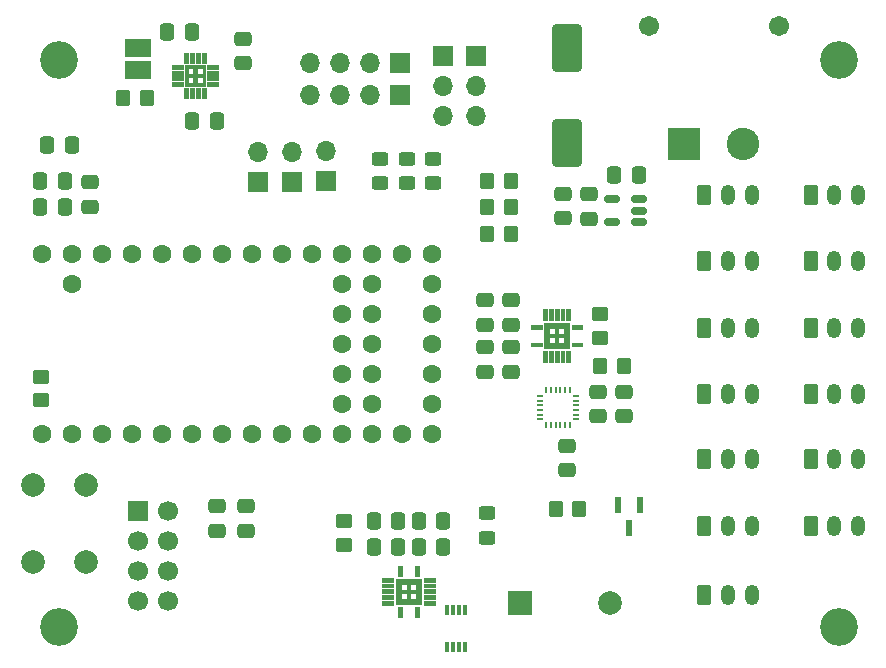
<source format=gbr>
%TF.GenerationSoftware,KiCad,Pcbnew,8.0.8*%
%TF.CreationDate,2025-01-20T15:00:34+07:00*%
%TF.ProjectId,Teensy4.0,5465656e-7379-4342-9e30-2e6b69636164,rev?*%
%TF.SameCoordinates,Original*%
%TF.FileFunction,Soldermask,Top*%
%TF.FilePolarity,Negative*%
%FSLAX46Y46*%
G04 Gerber Fmt 4.6, Leading zero omitted, Abs format (unit mm)*
G04 Created by KiCad (PCBNEW 8.0.8) date 2025-01-20 15:00:34*
%MOMM*%
%LPD*%
G01*
G04 APERTURE LIST*
G04 Aperture macros list*
%AMRoundRect*
0 Rectangle with rounded corners*
0 $1 Rounding radius*
0 $2 $3 $4 $5 $6 $7 $8 $9 X,Y pos of 4 corners*
0 Add a 4 corners polygon primitive as box body*
4,1,4,$2,$3,$4,$5,$6,$7,$8,$9,$2,$3,0*
0 Add four circle primitives for the rounded corners*
1,1,$1+$1,$2,$3*
1,1,$1+$1,$4,$5*
1,1,$1+$1,$6,$7*
1,1,$1+$1,$8,$9*
0 Add four rect primitives between the rounded corners*
20,1,$1+$1,$2,$3,$4,$5,0*
20,1,$1+$1,$4,$5,$6,$7,0*
20,1,$1+$1,$6,$7,$8,$9,0*
20,1,$1+$1,$8,$9,$2,$3,0*%
G04 Aperture macros list end*
%ADD10C,0.000000*%
%ADD11R,0.300000X0.850000*%
%ADD12RoundRect,0.250000X-0.350000X-0.625000X0.350000X-0.625000X0.350000X0.625000X-0.350000X0.625000X0*%
%ADD13O,1.200000X1.750000*%
%ADD14R,2.000000X2.000000*%
%ADD15C,2.000000*%
%ADD16C,3.200000*%
%ADD17RoundRect,0.250000X0.475000X-0.337500X0.475000X0.337500X-0.475000X0.337500X-0.475000X-0.337500X0*%
%ADD18R,1.700000X1.700000*%
%ADD19O,1.700000X1.700000*%
%ADD20RoundRect,0.250000X-0.475000X0.337500X-0.475000X-0.337500X0.475000X-0.337500X0.475000X0.337500X0*%
%ADD21RoundRect,0.250000X0.350000X0.450000X-0.350000X0.450000X-0.350000X-0.450000X0.350000X-0.450000X0*%
%ADD22RoundRect,0.250000X-0.350000X-0.450000X0.350000X-0.450000X0.350000X0.450000X-0.350000X0.450000X0*%
%ADD23RoundRect,0.250000X-0.337500X-0.475000X0.337500X-0.475000X0.337500X0.475000X-0.337500X0.475000X0*%
%ADD24RoundRect,0.250000X0.337500X0.475000X-0.337500X0.475000X-0.337500X-0.475000X0.337500X-0.475000X0*%
%ADD25RoundRect,0.050000X-0.225000X-0.050000X0.225000X-0.050000X0.225000X0.050000X-0.225000X0.050000X0*%
%ADD26RoundRect,0.050000X0.050000X-0.225000X0.050000X0.225000X-0.050000X0.225000X-0.050000X-0.225000X0*%
%ADD27RoundRect,0.250000X0.450000X-0.325000X0.450000X0.325000X-0.450000X0.325000X-0.450000X-0.325000X0*%
%ADD28RoundRect,0.250000X1.000000X-1.750000X1.000000X1.750000X-1.000000X1.750000X-1.000000X-1.750000X0*%
%ADD29R,0.280000X0.850000*%
%ADD30R,0.850000X0.280000*%
%ADD31C,1.700000*%
%ADD32RoundRect,0.250000X0.450000X-0.350000X0.450000X0.350000X-0.450000X0.350000X-0.450000X-0.350000X0*%
%ADD33R,2.260600X1.498600*%
%ADD34C,1.600000*%
%ADD35RoundRect,0.250000X-0.450000X0.350000X-0.450000X-0.350000X0.450000X-0.350000X0.450000X0.350000X0*%
%ADD36RoundRect,0.150000X0.512500X0.150000X-0.512500X0.150000X-0.512500X-0.150000X0.512500X-0.150000X0*%
%ADD37C,2.754000*%
%ADD38RoundRect,0.102000X-1.275000X-1.275000X1.275000X-1.275000X1.275000X1.275000X-1.275000X1.275000X0*%
%ADD39C,1.712000*%
%ADD40RoundRect,0.250000X-0.450000X0.325000X-0.450000X-0.325000X0.450000X-0.325000X0.450000X0.325000X0*%
%ADD41R,0.558800X1.422400*%
G04 APERTURE END LIST*
D10*
%TO.C,U3*%
G36*
X137313443Y-118240953D02*
G01*
X136323556Y-118240953D01*
X136323556Y-117821046D01*
X137313443Y-117821046D01*
X137313443Y-118240953D01*
G37*
G36*
X137313443Y-118740955D02*
G01*
X136323556Y-118740955D01*
X136323556Y-118321047D01*
X137313443Y-118321047D01*
X137313443Y-118740955D01*
G37*
G36*
X137313443Y-119240954D02*
G01*
X136323556Y-119240954D01*
X136323556Y-118821046D01*
X137313443Y-118821046D01*
X137313443Y-119240954D01*
G37*
G36*
X137313443Y-119740953D02*
G01*
X136323556Y-119740953D01*
X136323556Y-119321045D01*
X137313443Y-119321045D01*
X137313443Y-119740953D01*
G37*
G36*
X137313443Y-120240954D02*
G01*
X136323556Y-120240954D01*
X136323556Y-119821047D01*
X137313443Y-119821047D01*
X137313443Y-120240954D01*
G37*
G36*
X137993799Y-120119500D02*
G01*
X137498999Y-120119500D01*
X137498999Y-117942500D01*
X137993799Y-117942500D01*
X137993799Y-120119500D01*
G37*
G36*
X139675999Y-118437300D02*
G01*
X137498999Y-118437300D01*
X137498999Y-117942500D01*
X139675999Y-117942500D01*
X139675999Y-118437300D01*
G37*
G36*
X139675999Y-119224700D02*
G01*
X137498999Y-119224700D01*
X137498999Y-118837300D01*
X139675999Y-118837300D01*
X139675999Y-119224700D01*
G37*
G36*
X139675999Y-120119500D02*
G01*
X137498999Y-120119500D01*
X137498999Y-119624700D01*
X139675999Y-119624700D01*
X139675999Y-120119500D01*
G37*
G36*
X138047452Y-117794942D02*
G01*
X137627544Y-117794942D01*
X137627544Y-116805058D01*
X138047452Y-116805058D01*
X138047452Y-117794942D01*
G37*
G36*
X138047452Y-121256942D02*
G01*
X137627544Y-121256942D01*
X137627544Y-120267058D01*
X138047452Y-120267058D01*
X138047452Y-121256942D01*
G37*
G36*
X138781199Y-120119500D02*
G01*
X138393799Y-120119500D01*
X138393799Y-117942500D01*
X138781199Y-117942500D01*
X138781199Y-120119500D01*
G37*
G36*
X139547454Y-117794942D02*
G01*
X139127546Y-117794942D01*
X139127546Y-116805058D01*
X139547454Y-116805058D01*
X139547454Y-117794942D01*
G37*
G36*
X139547454Y-121256942D02*
G01*
X139127546Y-121256942D01*
X139127546Y-120267058D01*
X139547454Y-120267058D01*
X139547454Y-121256942D01*
G37*
G36*
X139675999Y-120119500D02*
G01*
X139181199Y-120119500D01*
X139181199Y-117942500D01*
X139675999Y-117942500D01*
X139675999Y-120119500D01*
G37*
G36*
X140851442Y-118240953D02*
G01*
X139861555Y-118240953D01*
X139861555Y-117821046D01*
X140851442Y-117821046D01*
X140851442Y-118240953D01*
G37*
G36*
X140851442Y-118740955D02*
G01*
X139861555Y-118740955D01*
X139861555Y-118321047D01*
X140851442Y-118321047D01*
X140851442Y-118740955D01*
G37*
G36*
X140851442Y-119240954D02*
G01*
X139861555Y-119240954D01*
X139861555Y-118821046D01*
X140851442Y-118821046D01*
X140851442Y-119240954D01*
G37*
G36*
X140851442Y-119740953D02*
G01*
X139861555Y-119740953D01*
X139861555Y-119321045D01*
X140851442Y-119321045D01*
X140851442Y-119740953D01*
G37*
G36*
X140851442Y-120240954D02*
G01*
X139861555Y-120240954D01*
X139861555Y-119821047D01*
X140851442Y-119821047D01*
X140851442Y-120240954D01*
G37*
%TO.C,U7*%
G36*
X149894942Y-96834952D02*
G01*
X148905058Y-96834952D01*
X148905058Y-96415044D01*
X149894942Y-96415044D01*
X149894942Y-96834952D01*
G37*
G36*
X149894942Y-98334954D02*
G01*
X148905058Y-98334954D01*
X148905058Y-97915046D01*
X149894942Y-97915046D01*
X149894942Y-98334954D01*
G37*
G36*
X150340953Y-96100943D02*
G01*
X149921046Y-96100943D01*
X149921046Y-95111056D01*
X150340953Y-95111056D01*
X150340953Y-96100943D01*
G37*
G36*
X150340953Y-99638942D02*
G01*
X149921046Y-99638942D01*
X149921046Y-98649055D01*
X150340953Y-98649055D01*
X150340953Y-99638942D01*
G37*
G36*
X152219500Y-96781299D02*
G01*
X150042500Y-96781299D01*
X150042500Y-96286499D01*
X152219500Y-96286499D01*
X152219500Y-96781299D01*
G37*
G36*
X152219500Y-97568699D02*
G01*
X150042500Y-97568699D01*
X150042500Y-97181299D01*
X152219500Y-97181299D01*
X152219500Y-97568699D01*
G37*
G36*
X150537300Y-98463499D02*
G01*
X150042500Y-98463499D01*
X150042500Y-96286499D01*
X150537300Y-96286499D01*
X150537300Y-98463499D01*
G37*
G36*
X152219500Y-98463499D02*
G01*
X150042500Y-98463499D01*
X150042500Y-97968699D01*
X152219500Y-97968699D01*
X152219500Y-98463499D01*
G37*
G36*
X150840955Y-96100943D02*
G01*
X150421047Y-96100943D01*
X150421047Y-95111056D01*
X150840955Y-95111056D01*
X150840955Y-96100943D01*
G37*
G36*
X150840955Y-99638942D02*
G01*
X150421047Y-99638942D01*
X150421047Y-98649055D01*
X150840955Y-98649055D01*
X150840955Y-99638942D01*
G37*
G36*
X151340954Y-96100943D02*
G01*
X150921046Y-96100943D01*
X150921046Y-95111056D01*
X151340954Y-95111056D01*
X151340954Y-96100943D01*
G37*
G36*
X151340954Y-99638942D02*
G01*
X150921046Y-99638942D01*
X150921046Y-98649055D01*
X151340954Y-98649055D01*
X151340954Y-99638942D01*
G37*
G36*
X151324700Y-98463499D02*
G01*
X150937300Y-98463499D01*
X150937300Y-96286499D01*
X151324700Y-96286499D01*
X151324700Y-98463499D01*
G37*
G36*
X151840953Y-96100943D02*
G01*
X151421045Y-96100943D01*
X151421045Y-95111056D01*
X151840953Y-95111056D01*
X151840953Y-96100943D01*
G37*
G36*
X151840953Y-99638942D02*
G01*
X151421045Y-99638942D01*
X151421045Y-98649055D01*
X151840953Y-98649055D01*
X151840953Y-99638942D01*
G37*
G36*
X152219500Y-98463499D02*
G01*
X151724700Y-98463499D01*
X151724700Y-96286499D01*
X152219500Y-96286499D01*
X152219500Y-98463499D01*
G37*
G36*
X152340954Y-96100943D02*
G01*
X151921047Y-96100943D01*
X151921047Y-95111056D01*
X152340954Y-95111056D01*
X152340954Y-96100943D01*
G37*
G36*
X152340954Y-99638942D02*
G01*
X151921047Y-99638942D01*
X151921047Y-98649055D01*
X152340954Y-98649055D01*
X152340954Y-99638942D01*
G37*
G36*
X153356942Y-96834952D02*
G01*
X152367058Y-96834952D01*
X152367058Y-96415044D01*
X153356942Y-96415044D01*
X153356942Y-96834952D01*
G37*
G36*
X153356942Y-98334954D02*
G01*
X152367058Y-98334954D01*
X152367058Y-97915046D01*
X153356942Y-97915046D01*
X153356942Y-98334954D01*
G37*
%TO.C,U4*%
G36*
X119543377Y-74809598D02*
G01*
X118554186Y-74809598D01*
X118554186Y-74390404D01*
X119543377Y-74390404D01*
X119543377Y-74809598D01*
G37*
G36*
X119543377Y-75309597D02*
G01*
X118554186Y-75309597D01*
X118554186Y-74890406D01*
X119543377Y-74890406D01*
X119543377Y-75309597D01*
G37*
G36*
X119543377Y-75809596D02*
G01*
X118554186Y-75809596D01*
X118554186Y-75390405D01*
X119543377Y-75390405D01*
X119543377Y-75809596D01*
G37*
G36*
X119543377Y-76309598D02*
G01*
X118554186Y-76309598D01*
X118554186Y-75890404D01*
X119543377Y-75890404D01*
X119543377Y-76309598D01*
G37*
G36*
X119983188Y-74369597D02*
G01*
X119563996Y-74369597D01*
X119563996Y-73380406D01*
X119983188Y-73380406D01*
X119983188Y-74369597D01*
G37*
G36*
X119983188Y-77319596D02*
G01*
X119563996Y-77319596D01*
X119563996Y-76330405D01*
X119983188Y-76330405D01*
X119983188Y-77319596D01*
G37*
G36*
X119930081Y-76263501D02*
G01*
X119610281Y-76263501D01*
X119610281Y-74436501D01*
X119930081Y-74436501D01*
X119930081Y-76263501D01*
G37*
G36*
X121437281Y-74756301D02*
G01*
X119610281Y-74756301D01*
X119610281Y-74436501D01*
X121437281Y-74436501D01*
X121437281Y-74756301D01*
G37*
G36*
X121437281Y-75543701D02*
G01*
X119610281Y-75543701D01*
X119610281Y-75156301D01*
X121437281Y-75156301D01*
X121437281Y-75543701D01*
G37*
G36*
X121437281Y-76263501D02*
G01*
X119610281Y-76263501D01*
X119610281Y-75943701D01*
X121437281Y-75943701D01*
X121437281Y-76263501D01*
G37*
G36*
X120483314Y-74369597D02*
G01*
X120064122Y-74369597D01*
X120064122Y-73380406D01*
X120483314Y-73380406D01*
X120483314Y-74369597D01*
G37*
G36*
X120483314Y-77319596D02*
G01*
X120064122Y-77319596D01*
X120064122Y-76330405D01*
X120483314Y-76330405D01*
X120483314Y-77319596D01*
G37*
G36*
X120983440Y-74369597D02*
G01*
X120564248Y-74369597D01*
X120564248Y-73380406D01*
X120983440Y-73380406D01*
X120983440Y-74369597D01*
G37*
G36*
X120983440Y-77319596D02*
G01*
X120564248Y-77319596D01*
X120564248Y-76330405D01*
X120983440Y-76330405D01*
X120983440Y-77319596D01*
G37*
G36*
X120717481Y-76263501D02*
G01*
X120330081Y-76263501D01*
X120330081Y-74436501D01*
X120717481Y-74436501D01*
X120717481Y-76263501D01*
G37*
G36*
X121483566Y-74369597D02*
G01*
X121064374Y-74369597D01*
X121064374Y-73380406D01*
X121483566Y-73380406D01*
X121483566Y-74369597D01*
G37*
G36*
X121483566Y-77319596D02*
G01*
X121064374Y-77319596D01*
X121064374Y-76330405D01*
X121483566Y-76330405D01*
X121483566Y-77319596D01*
G37*
G36*
X121437281Y-76263501D02*
G01*
X121117481Y-76263501D01*
X121117481Y-74436501D01*
X121437281Y-74436501D01*
X121437281Y-76263501D01*
G37*
G36*
X122493376Y-74809598D02*
G01*
X121504185Y-74809598D01*
X121504185Y-74390404D01*
X122493376Y-74390404D01*
X122493376Y-74809598D01*
G37*
G36*
X122493376Y-75309597D02*
G01*
X121504185Y-75309597D01*
X121504185Y-74890406D01*
X122493376Y-74890406D01*
X122493376Y-75309597D01*
G37*
G36*
X122493376Y-75809596D02*
G01*
X121504185Y-75809596D01*
X121504185Y-75390405D01*
X122493376Y-75390405D01*
X122493376Y-75809596D01*
G37*
G36*
X122493376Y-76309598D02*
G01*
X121504185Y-76309598D01*
X121504185Y-75890404D01*
X122493376Y-75890404D01*
X122493376Y-76309598D01*
G37*
%TD*%
D11*
%TO.C,IC2*%
X143350000Y-120550000D03*
X142850000Y-120550000D03*
X142350000Y-120550000D03*
X141850000Y-120550000D03*
X141850000Y-123700000D03*
X142350000Y-123700000D03*
X142850000Y-123700000D03*
X143350000Y-123700000D03*
%TD*%
D12*
%TO.C,servo1*%
X172600000Y-102250000D03*
D13*
X174600000Y-102250000D03*
X176600000Y-102250000D03*
%TD*%
D14*
%TO.C,BZ1*%
X148000000Y-120000000D03*
D15*
X155600000Y-120000000D03*
%TD*%
D16*
%TO.C,H2*%
X175000000Y-74000000D03*
%TD*%
D17*
%TO.C,C24*%
X145000000Y-96400000D03*
X145000000Y-94325000D03*
%TD*%
D18*
%TO.C,J1*%
X137790000Y-74250000D03*
D19*
X135250000Y-74250000D03*
X132710000Y-74250000D03*
X130170000Y-74250000D03*
%TD*%
D20*
%TO.C,C23*%
X147200000Y-94325000D03*
X147200000Y-96400000D03*
%TD*%
D21*
%TO.C,R11*%
X147200000Y-86450000D03*
X145200000Y-86450000D03*
%TD*%
D16*
%TO.C,H1*%
X109000000Y-74000000D03*
%TD*%
D22*
%TO.C,R1*%
X114373718Y-77225002D03*
X116373718Y-77225002D03*
%TD*%
D21*
%TO.C,R2*%
X156800000Y-99925000D03*
X154800000Y-99925000D03*
%TD*%
D23*
%TO.C,C17*%
X139400000Y-115250000D03*
X141475000Y-115250000D03*
%TD*%
D12*
%TO.C,servo13*%
X172600000Y-96650000D03*
D13*
X174600000Y-96650000D03*
X176600000Y-96650000D03*
%TD*%
D24*
%TO.C,C2*%
X109437500Y-84200000D03*
X107362500Y-84200000D03*
%TD*%
D25*
%TO.C,U6*%
X149700000Y-102425000D03*
X149700000Y-102825000D03*
X149700000Y-103225000D03*
X149700000Y-103625000D03*
X149700000Y-104025000D03*
X149700000Y-104425000D03*
D26*
X150200000Y-104925000D03*
X150600000Y-104925000D03*
X151000000Y-104925000D03*
X151400000Y-104925000D03*
X151800000Y-104925000D03*
X152200000Y-104925000D03*
D25*
X152700000Y-104425000D03*
X152700000Y-104025000D03*
X152700000Y-103625000D03*
X152700000Y-103225000D03*
X152700000Y-102825000D03*
X152700000Y-102425000D03*
D26*
X152200000Y-101925000D03*
X151800000Y-101925000D03*
X151400000Y-101925000D03*
X151000000Y-101925000D03*
X150600000Y-101925000D03*
X150200000Y-101925000D03*
%TD*%
D21*
%TO.C,R13*%
X147200000Y-84200000D03*
X145200000Y-84200000D03*
%TD*%
D23*
%TO.C,C21*%
X135600000Y-115250000D03*
X137675000Y-115250000D03*
%TD*%
D27*
%TO.C,VCC*%
X140650000Y-84425000D03*
X140650000Y-82375000D03*
%TD*%
D17*
%TO.C,C18*%
X154610000Y-104137500D03*
X154610000Y-102062500D03*
%TD*%
%TO.C,C14*%
X111600000Y-86437500D03*
X111600000Y-84362500D03*
%TD*%
D28*
%TO.C,C13*%
X152000000Y-81000000D03*
X152000000Y-73000000D03*
%TD*%
D17*
%TO.C,C16*%
X145025000Y-100387500D03*
X145025000Y-98312500D03*
%TD*%
D29*
%TO.C,U3*%
X137837498Y-117300000D03*
D30*
X136818498Y-118030999D03*
X136818498Y-118531001D03*
X136818498Y-119031000D03*
X136818498Y-119530999D03*
X136818498Y-120031001D03*
D29*
X137837498Y-120762000D03*
X139337500Y-120762000D03*
D30*
X140356500Y-120031001D03*
X140356500Y-119530999D03*
X140356500Y-119031000D03*
X140356500Y-118531001D03*
X140356500Y-118030999D03*
D29*
X139337500Y-117300000D03*
%TD*%
D21*
%TO.C,R3*%
X147200000Y-88700000D03*
X145200000Y-88700000D03*
%TD*%
D18*
%TO.C,U2*%
X115610500Y-112175000D03*
D31*
X118150500Y-112175000D03*
X115610500Y-114715000D03*
X118150500Y-114715000D03*
X115610500Y-117255000D03*
X118150500Y-117255000D03*
X115610500Y-119795000D03*
X118150500Y-119795000D03*
%TD*%
D12*
%TO.C,servo11*%
X172600000Y-85400000D03*
D13*
X174600000Y-85400000D03*
X176600000Y-85400000D03*
%TD*%
D32*
%TO.C,R9*%
X133112500Y-115050000D03*
X133112500Y-113050000D03*
%TD*%
D17*
%TO.C,C3*%
X122350000Y-113837500D03*
X122350000Y-111762500D03*
%TD*%
D12*
%TO.C,servo5*%
X163600000Y-107800000D03*
D13*
X165600000Y-107800000D03*
X167600000Y-107800000D03*
%TD*%
D12*
%TO.C,servo4*%
X163600000Y-119250000D03*
D13*
X165600000Y-119250000D03*
X167600000Y-119250000D03*
%TD*%
D18*
%TO.C,5V*%
X144250000Y-73630000D03*
D19*
X144250000Y-76170000D03*
X144250000Y-78710000D03*
%TD*%
D17*
%TO.C,C7*%
X152010000Y-108737500D03*
X152010000Y-106662500D03*
%TD*%
D12*
%TO.C,servo2*%
X163600000Y-113450000D03*
D13*
X165600000Y-113450000D03*
X167600000Y-113450000D03*
%TD*%
D17*
%TO.C,C11*%
X151600000Y-87387500D03*
X151600000Y-85312500D03*
%TD*%
D32*
%TO.C,R7*%
X107400000Y-102810000D03*
X107400000Y-100810000D03*
%TD*%
D27*
%TO.C,3V3*%
X136150000Y-84425000D03*
X136150000Y-82375000D03*
%TD*%
D20*
%TO.C,C6*%
X124573718Y-72187502D03*
X124573718Y-74262502D03*
%TD*%
D23*
%TO.C,C20*%
X135600000Y-113000000D03*
X137675000Y-113000000D03*
%TD*%
D22*
%TO.C,R4*%
X151000000Y-112000000D03*
X153000000Y-112000000D03*
%TD*%
D18*
%TO.C,S4*%
X125800000Y-84300000D03*
D19*
X125800000Y-81760000D03*
%TD*%
D24*
%TO.C,C8*%
X158025000Y-83712500D03*
X155950000Y-83712500D03*
%TD*%
D30*
%TO.C,U7*%
X149400000Y-98125000D03*
D29*
X150130999Y-99144000D03*
X150631001Y-99144000D03*
X151131000Y-99144000D03*
X151630999Y-99144000D03*
X152131001Y-99144000D03*
D30*
X152862000Y-98125000D03*
X152862000Y-96624998D03*
D29*
X152131001Y-95605998D03*
X151630999Y-95605998D03*
X151131000Y-95605998D03*
X150631001Y-95605998D03*
X150130999Y-95605998D03*
D30*
X149400000Y-96624998D03*
%TD*%
D27*
%TO.C,5V*%
X138400000Y-84425000D03*
X138400000Y-82375000D03*
%TD*%
D12*
%TO.C,servo10*%
X163600000Y-102250000D03*
D13*
X165600000Y-102250000D03*
X167600000Y-102250000D03*
%TD*%
D17*
%TO.C,C15*%
X124800000Y-113837500D03*
X124800000Y-111762500D03*
%TD*%
D33*
%TO.C,L1*%
X115673718Y-72972502D03*
X115673718Y-74877502D03*
%TD*%
D18*
%TO.C,S2*%
X131600000Y-84275000D03*
D19*
X131600000Y-81735000D03*
%TD*%
D34*
%TO.C,U1*%
X107490000Y-105620000D03*
X110030000Y-105620000D03*
X112570000Y-105620000D03*
X115110000Y-105620000D03*
X117650000Y-105620000D03*
X120190000Y-105620000D03*
X122730000Y-105620000D03*
X125270000Y-105620000D03*
X127810000Y-105620000D03*
X130350000Y-105620000D03*
X132890000Y-105620000D03*
X135430000Y-105620000D03*
X137970000Y-105620000D03*
X140510000Y-105620000D03*
X140510000Y-103080000D03*
X140510000Y-100540000D03*
X140510000Y-98000000D03*
X140510000Y-95460000D03*
X140510000Y-92920000D03*
X140510000Y-90380000D03*
X137970000Y-90380000D03*
X135430000Y-90380000D03*
X132890000Y-90380000D03*
X130350000Y-90380000D03*
X127810000Y-90380000D03*
X125270000Y-90380000D03*
X122730000Y-90380000D03*
X120190000Y-90380000D03*
X117650000Y-90380000D03*
X115110000Y-90380000D03*
X112570000Y-90380000D03*
X110030000Y-90380000D03*
X107490000Y-90380000D03*
X110030000Y-92920000D03*
X135430000Y-92920000D03*
X132890000Y-92920000D03*
X135430000Y-95460000D03*
X132890000Y-95460000D03*
X135430000Y-98000000D03*
X132890000Y-98000000D03*
X135430000Y-100540000D03*
X132890000Y-100540000D03*
X135430000Y-103080000D03*
X132890000Y-103080000D03*
%TD*%
D16*
%TO.C,H4*%
X175000000Y-122000000D03*
%TD*%
D12*
%TO.C,servo3*%
X163600000Y-96650000D03*
D13*
X165600000Y-96650000D03*
X167600000Y-96650000D03*
%TD*%
D35*
%TO.C,R14*%
X154800000Y-95525000D03*
X154800000Y-97525000D03*
%TD*%
D12*
%TO.C,servo9*%
X172600000Y-91000000D03*
D13*
X174600000Y-91000000D03*
X176600000Y-91000000D03*
%TD*%
D16*
%TO.C,H3*%
X109000000Y-122000000D03*
%TD*%
D17*
%TO.C,C19*%
X156810000Y-104137500D03*
X156810000Y-102062500D03*
%TD*%
D15*
%TO.C,button1*%
X106750000Y-116500000D03*
X106750000Y-110000000D03*
X111250000Y-116500000D03*
X111250000Y-110000000D03*
%TD*%
D18*
%TO.C,J2*%
X137790000Y-77000000D03*
D19*
X135250000Y-77000000D03*
X132710000Y-77000000D03*
X130170000Y-77000000D03*
%TD*%
D18*
%TO.C,S3*%
X128700000Y-84300000D03*
D19*
X128700000Y-81760000D03*
%TD*%
D36*
%TO.C,U5*%
X158075000Y-87700000D03*
X158075000Y-86750000D03*
X158075000Y-85800000D03*
X155800000Y-85800000D03*
X155800000Y-87700000D03*
%TD*%
D23*
%TO.C,C5*%
X120236218Y-79125002D03*
X122311218Y-79125002D03*
%TD*%
D37*
%TO.C,Main Power*%
X166900000Y-81105750D03*
D38*
X161900000Y-81105750D03*
D39*
X169900000Y-71105750D03*
X158900000Y-71105750D03*
%TD*%
D40*
%TO.C,D3*%
X145200000Y-112375000D03*
X145200000Y-114425000D03*
%TD*%
D17*
%TO.C,C12*%
X153822500Y-87425000D03*
X153822500Y-85350000D03*
%TD*%
D12*
%TO.C,servo12*%
X163600000Y-91050000D03*
D13*
X165600000Y-91050000D03*
X167600000Y-91050000D03*
%TD*%
D41*
%TO.C,U8*%
X158152500Y-111669600D03*
X156247500Y-111669600D03*
X157200000Y-113600000D03*
%TD*%
D23*
%TO.C,C4*%
X118136218Y-71625002D03*
X120211218Y-71625002D03*
%TD*%
D30*
%TO.C,U4*%
X119048780Y-74600000D03*
X119048780Y-75100001D03*
X119048780Y-75600001D03*
X119048780Y-76100002D03*
D29*
X119773592Y-76825002D03*
X120273718Y-76825002D03*
X120773844Y-76825002D03*
X121273970Y-76825002D03*
D30*
X121998782Y-76100002D03*
X121998782Y-75600001D03*
X121998782Y-75100001D03*
X121998782Y-74600000D03*
D29*
X121273970Y-73875000D03*
X120773844Y-73875000D03*
X120273718Y-73875000D03*
X119773592Y-73875000D03*
%TD*%
D12*
%TO.C,servo8*%
X172600000Y-113450000D03*
D13*
X174600000Y-113450000D03*
X176600000Y-113450000D03*
%TD*%
D23*
%TO.C,C10*%
X139400000Y-113000000D03*
X141475000Y-113000000D03*
%TD*%
D20*
%TO.C,C22*%
X147200000Y-98325000D03*
X147200000Y-100400000D03*
%TD*%
D24*
%TO.C,C1*%
X109437500Y-86450000D03*
X107362500Y-86450000D03*
%TD*%
D23*
%TO.C,C9*%
X107962500Y-81200000D03*
X110037500Y-81200000D03*
%TD*%
D12*
%TO.C,servo6*%
X163600000Y-85400000D03*
D13*
X165600000Y-85400000D03*
X167600000Y-85400000D03*
%TD*%
D12*
%TO.C,servo7*%
X172600000Y-107800000D03*
D13*
X174600000Y-107800000D03*
X176600000Y-107800000D03*
%TD*%
D18*
%TO.C,GND*%
X141500000Y-73670000D03*
D19*
X141500000Y-76210000D03*
X141500000Y-78750000D03*
%TD*%
M02*

</source>
